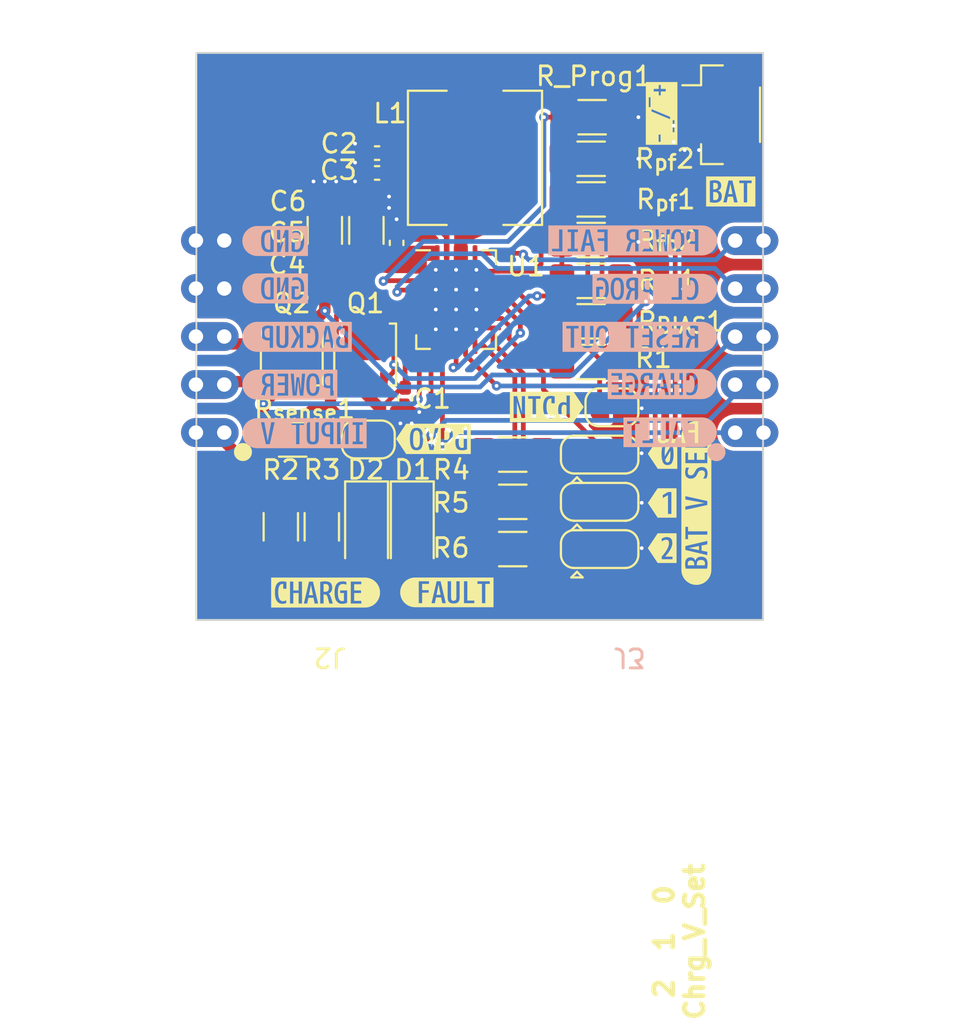
<source format=kicad_pcb>
(kicad_pcb (version 20211014) (generator pcbnew)
  (layers (0 "F.Cu" signal) (31 "B.Cu" signal) (34 "B.Paste" user) (35 "F.Paste" user) (36 "B.SilkS" user "B.Silkscreen") (37 "F.SilkS" user "F.Silkscreen") (38 "B.Mask" user) (39 "F.Mask" user) (44 "Edge.Cuts" user))
  (net 0 "")
  (net 1 "/BAT_+")
  (net 2 "GND")
  (net 3 "/Vin")
  (net 4 "/~{FAULT}")
  (net 5 "Net-(D1-Pad2)")
  (net 6 "/~{CHRG}")
  (net 7 "Net-(D2-Pad2)")
  (net 8 "Net-(F_SEL0-Pad1)")
  (net 9 "/F0")
  (net 10 "Net-(F_SEL1-Pad1)")
  (net 11 "/F1")
  (net 12 "Net-(F_SEL2-Pad1)")
  (net 13 "/F2")
  (net 14 "/NTC")
  (net 15 "/Input_V")
  (net 16 "/I_GATE")
  (net 17 "/V_SYS")
  (net 18 "Net-(R1-Pad2)")
  (net 19 "/CHRG_PROG")
  (net 20 "/BSTFB")
  (net 21 "/POWER_SENSE")
  (net 22 "/CLPROG")
  (net 23 "/CHG_OFF")
  (net 24 "/BST_OFF")
  (net 25 "/~{RST_OUT}")
  (net 26 "/CLN")
  (net 27 "/~{POWER_FAIL}")
  (net 28 "Net-(L1-Pad1)")
  (footprint "Resistor_SMD:R_1206_3216Metric_Pad1.30x1.75mm_HandSolder" (layer "F.Cu") (at 50.9 37.75 180)
    (fp_text reference "R_{pf}1")
    (fp_text value "R")
  )
  (footprint "Jumper:SolderJumper-3_P1.3mm_Bridged2Bar12_RoundedPad1.0x1.5mm" (layer "F.Cu") (at 51.35 53.75)
    (fp_text reference "F_SEL1" hide)
    (fp_text value "F1_SEL")
  )
  (footprint "Resistor_SMD:R_1206_3216Metric_Pad1.30x1.75mm_HandSolder" (layer "F.Cu") (at 46.75 53.75)
    (fp_text reference "R5")
    (fp_text value "R")
  )
  (footprint "Resistor_SMD:R_1206_3216Metric_Pad1.30x1.75mm_HandSolder" (layer "F.Cu") (at 46.75 51.25)
    (fp_text reference "R4")
    (fp_text value "R")
  )
  (footprint "kibuzzard-63A19CFD" (layer "F.Cu") (at 54.68 51.21)
    (fp_text reference "kibuzzard-63A19CFD" hide)
    (fp_text value "G***" hide)
  )
  (footprint "kibuzzard-63A1A128" (layer "F.Cu") (at 54.63 33.2 -90)
    (fp_text reference "kibuzzard-63A1A128" hide)
    (fp_text value "G***" hide)
  )
  (footprint "Package_DFN_QFN:QFN-24-1EP_4x5mm_P0.5mm_EP2.65x3.65mm_ThermalVias" (layer "F.Cu") (at 43.75 43.05)
    (fp_text reference "U1")
    (fp_text value "LTC4040")
  )
  (footprint "Inductor_SMD:L_Wuerth_HCI-7030" (layer "F.Cu") (at 44.75 35.55 90)
    (fp_text reference "L1")
    (fp_text value "2,2u")
  )
  (footprint "Package_SO:Vishay_PowerPAK_1212-8_Single" (layer "F.Cu") (at 38.934891 45.954374 90)
    (fp_text reference "Q1")
    (fp_text value "SIS402DN")
  )
  (footprint "Capacitor_SMD:C_1206_3216Metric_Pad1.33x1.80mm_HandSolder" (layer "F.Cu") (at 39 39.3875 90)
    (fp_text reference "C5")
    (fp_text value "100u")
  )
  (footprint "Resistor_SMD:R_1206_3216Metric_Pad1.30x1.75mm_HandSolder" (layer "F.Cu") (at 50.95 33.4)
    (fp_text reference "R_Prog1")
    (fp_text value "R")
  )
  (footprint "Resistor_SMD:R_1206_3216Metric_Pad1.30x1.75mm_HandSolder" (layer "F.Cu") (at 50.904498 42.059157 180)
    (fp_text reference "R_{fb}1")
    (fp_text value "R")
  )
  (footprint "Resistor_SMD:R_1206_3216Metric_Pad1.30x1.75mm_HandSolder" (layer "F.Cu") (at 36.64 55.07 -90)
    (fp_text reference "R3")
    (fp_text value "330")
  )
  (footprint "kibuzzard-63A1A287" (layer "F.Cu") (at 43.26 58.54)
    (fp_text reference "kibuzzard-63A1A287" hide)
    (fp_text value "G***" hide)
  )
  (footprint "kibuzzard-63A19F98" (layer "F.Cu") (at 48.55 48.73)
    (fp_text reference "kibuzzard-63A19F98" hide)
    (fp_text value "G***" hide)
  )
  (footprint "Resistor_SMD:R_1206_3216Metric_Pad1.30x1.75mm_HandSolder" (layer "F.Cu") (at 35.1 50.45 180)
    (fp_text reference "R_{sense}1")
    (fp_text value "6m")
  )
  (footprint "kibuzzard-63A1A047" (layer "F.Cu") (at 58.29 37.33)
    (fp_text reference "kibuzzard-63A1A047" hide)
    (fp_text value "G***" hide)
  )
  (footprint "kibuzzard-63A19D17" (layer "F.Cu") (at 54.66 53.81)
    (fp_text reference "kibuzzard-63A19D17" hide)
    (fp_text value "G***" hide)
  )
  (footprint "Resistor_SMD:R_1206_3216Metric_Pad1.30x1.75mm_HandSolder" (layer "F.Cu") (at 34.47 55.07 -90)
    (fp_text reference "R2")
    (fp_text value "330")
  )
  (footprint "kibuzzard-63A19F8A" (layer "F.Cu") (at 42.55 50.42)
    (fp_text reference "kibuzzard-63A19F8A" hide)
    (fp_text value "G***" hide)
  )
  (footprint "Jumper:SolderJumper-3_P1.3mm_Bridged2Bar12_RoundedPad1.0x1.5mm" (layer "F.Cu") (at 51.35 56.25)
    (fp_text reference "F_SEL2" hide)
    (fp_text value "F2_SEL")
  )
  (footprint "Jumper:SolderJumper-2_P1.3mm_Open_RoundedPad1.0x1.5mm" (layer "F.Cu") (at 39.1 50.45)
    (fp_text reference "OVPO1" hide)
    (fp_text value "OverVoltage Protection Override")
  )
  (footprint "kibuzzard-63A19D4B" (layer "F.Cu") (at 54.66 56.2)
    (fp_text reference "kibuzzard-63A19D4B" hide)
    (fp_text value "G***" hide)
  )
  (footprint "Connector_JST:JST_SH_BM03B-SRSS-TB_1x03-1MP_P1.00mm_Vertical" (layer "F.Cu") (at 57.83 33.27 -90)
    (fp_text reference "J4" hide)
    (fp_text value "BAT_CONN")
  )
  (footprint "Resistor_SMD:R_1206_3216Metric_Pad1.30x1.75mm_HandSolder" (layer "F.Cu") (at 50.9 39.9)
    (fp_text reference "R_{fb}2")
    (fp_text value "R")
  )
  (footprint "Capacitor_SMD:C_0402_1005Metric_Pad0.74x0.62mm_HandSolder" (layer "F.Cu") (at 39.5675 35.3 180)
    (fp_text reference "C2")
    (fp_text value "10u")
  )
  (footprint "Jumper:SolderJumper-2_P1.3mm_Open_RoundedPad1.0x1.5mm" (layer "F.Cu") (at 52 48.75 180)
    (fp_text reference "NTC_Dis0" hide)
    (fp_text value "NTC Disable")
  )
  (footprint "kibuzzard-63A1A2AA" (layer "F.Cu") (at 36.84 58.55)
    (fp_text reference "kibuzzard-63A1A2AA" hide)
    (fp_text value "G***" hide)
  )
  (footprint "LED_SMD:LED_1206_3216Metric_Pad1.42x1.75mm_HandSolder" (layer "F.Cu") (at 39.01 55.1325 -90)
    (fp_text reference "D2")
    (fp_text value "CHRG")
  )
  (footprint "Package_SO:Vishay_PowerPAK_1212-8_Single" (layer "F.Cu") (at 35.05 45.954374 90)
    (fp_text reference "Q2")
    (fp_text value "SIS402DN")
  )
  (footprint "Capacitor_SMD:C_0402_1005Metric_Pad0.74x0.62mm_HandSolder" (layer "F.Cu") (at 40.6 40.05 90)
    (fp_text reference "C4")
    (fp_text value "0,1uF")
  )
  (footprint "kibuzzard-63A19E71" (layer "F.Cu") (at 56.47 53.81 90)
    (fp_text reference "kibuzzard-63A19E71" hide)
    (fp_text value "G***" hide)
  )
  (footprint "Resistor_SMD:R_1206_3216Metric_Pad1.30x1.75mm_HandSolder" (layer "F.Cu") (at 46.75 56.25)
    (fp_text reference "R6")
    (fp_text value "R")
  )
  (footprint "LED_SMD:LED_1206_3216Metric_Pad1.42x1.75mm_HandSolder" (layer "F.Cu") (at 41.43 55.1325 -90)
    (fp_text reference "D1")
    (fp_text value "FAULT")
  )
  (footprint "Resistor_SMD:R_1206_3216Metric_Pad1.30x1.75mm_HandSolder" (layer "F.Cu") (at 50.9 35.6)
    (fp_text reference "R_{pf}2")
    (fp_text value "R")
  )
  (footprint "Capacitor_SMD:C_0402_1005Metric_Pad0.74x0.62mm_HandSolder" (layer "F.Cu") (at 39.5675 36.35 180)
    (fp_text reference "C3")
    (fp_text value "0,1uF")
  )
  (footprint "Castellated_Header:CastellatedPinHeader_2.54mm_5" (layer "F.Cu") (at 31.475 50.085 180)
    (fp_text reference "J2")
    (fp_text value "POWER")
  )
  (footprint "Resistor_SMD:R_1206_3216Metric_Pad1.30x1.75mm_HandSolder" (layer "F.Cu") (at 50.9 46.35 180)
    (fp_text reference "R1")
    (fp_text value "6,2K")
  )
  (footprint "Jumper:SolderJumper-3_P1.3mm_Bridged2Bar12_RoundedPad1.0x1.5mm" (layer "F.Cu") (at 51.35 51.25)
    (fp_text reference "F_SEL0" hide)
    (fp_text value "F0_SEL")
  )
  (footprint "Capacitor_SMD:C_1206_3216Metric_Pad1.33x1.80mm_HandSolder" (layer "F.Cu") (at 36.8 39.3875 90)
    (fp_text reference "C6")
    (fp_text value "100u")
  )
  (footprint "Resistor_SMD:R_1206_3216Metric_Pad1.30x1.75mm_HandSolder" (layer "F.Cu") (at 50.9 44.2 180)
    (fp_text reference "R_{BIAS}1")
    (fp_text value "R")
  )
  (footprint "Capacitor_SMD:C_0402_1005Metric_Pad0.74x0.62mm_HandSolder" (layer "F.Cu") (at 41.05 48.2825 -90)
    (fp_text reference "C1")
    (fp_text value "2.2uF")
  )
  (footprint "kibuzzard-63A1A734" (layer "B.Cu") (at 54.66 47.52 180)
    (fp_text reference "kibuzzard-63A1A734" hide)
    (fp_text value "G***" hide)
  )
  (footprint "kibuzzard-63A1A50F" (layer "B.Cu") (at 34.95 47.55 180)
    (fp_text reference "kibuzzard-63A1A50F" hide)
    (fp_text value "G***" hide)
  )
  (footprint "kibuzzard-63A1A568" (layer "B.Cu") (at 34.17 39.95 180)
    (fp_text reference "kibuzzard-63A1A568" hide)
    (fp_text value "G***" hide)
  )
  (footprint "kibuzzard-63A1A543" (layer "B.Cu") (at 35.33 45.02 180)
    (fp_text reference "kibuzzard-63A1A543" hide)
    (fp_text value "G***" hide)
  )
  (footprint "kibuzzard-63A1A4C9" (layer "B.Cu") (at 35.72 50.12 180)
    (fp_text reference "kibuzzard-63A1A4C9" hide)
    (fp_text value "G***" hide)
  )
  (footprint "Castellated_Header:CastellatedPinHeader_2.54mm_5" (layer "B.Cu") (at 58.525 50.09)
    (fp_text reference "J3")
    (fp_text value "STATUS")
  )
  (footprint "kibuzzard-63A1A72A" (layer "B.Cu") (at 53.47 45.02 180)
    (fp_text reference "kibuzzard-63A1A72A" hide)
    (fp_text value "G***" hide)
  )
  (footprint "kibuzzard-63A1A785" (layer "B.Cu") (at 55.08 50.07 180)
    (fp_text reference "kibuzzard-63A1A785" hide)
    (fp_text value "G***" hide)
  )
  (footprint "kibuzzard-63A1A568" (layer "B.Cu") (at 34.17 42.46 180)
    (fp_text reference "kibuzzard-63A1A568" hide)
    (fp_text value "G***" hide)
  )
  (footprint "kibuzzard-63A1A71E" (layer "B.Cu") (at 54.27 42.48 180)
    (fp_text reference "kibuzzard-63A1A71E" hide)
    (fp_text value "G***" hide)
  )
  (footprint "kibuzzard-63A1A798" (layer "B.Cu") (at 53.1 39.92 180)
    (fp_text reference "kibuzzard-63A1A798" hide)
    (fp_text value "G***" hide)
  )
  (gr_rect (start 30 30) (end 60 60) (layer "Edge.Cuts") (width 0.1) (fill none))
  (gr_text "2  1  0\nChrg_V_Set" (at 55.57 77.02 90) (layer "F.SilkS") (effects (font (size 1 1) (thickness 0.25))))
  (segment (start 56.505 32.27) (end 55.810499 31.575499) (width 0.6) (layer "F.Cu") (net 1))
  (segment (start 55.810499 31.575499) (end 46.174501 31.575499) (width 0.6) (layer "F.Cu") (net 1))
  (segment (start 46.174501 31.575499) (end 44.75 33) (width 0.6) (layer "F.Cu") (net 1))
  (segment (start 36.8 37.825) (end 36.8 36.8) (width 0.25) (layer "F.Cu") (net 2))
  (via (at 53.4 40) (size 0.5) (drill 0.2) (layers "F.Cu" "B.Cu") (net 2))
  (via (at 53.5755 48.8) (size 0.5) (drill 0.2) (layers "F.Cu" "B.Cu") (net 2))
  (via (at 55.27 33.85) (size 0.5) (drill 0.2) (layers "F.Cu" "B.Cu") (net 2))
  (via (at 55.85 35.14) (size 0.5) (drill 0.2) (layers "F.Cu" "B.Cu") (net 2))
  (via (at 37.4 36.8) (size 0.5) (drill 0.2) (layers "F.Cu" "B.Cu") (net 2))
  (via (at 56.61 35.14) (size 0.5) (drill 0.2) (layers "F.Cu" "B.Cu") (net 2))
  (via (at 36.8 36.8) (size 0.5) (drill 0.2) (layers "F.Cu" "B.Cu") (net 2))
  (via (at 53.5755 53.8) (size 0.5) (drill 0.2) (layers "F.Cu" "B.Cu") (net 2))
  (via (at 53.57 51.18) (size 0.5) (drill 0.2) (layers "F.Cu" "B.Cu") (net 2))
  (via (at 41.4 49.6) (size 0.5) (drill 0.2) (layers "F.Cu" "B.Cu") (net 2))
  (via (at 36.2 36.8) (size 0.5) (drill 0.2) (layers "F.Cu" "B.Cu") (net 2))
  (via (at 53.5755 56.2) (size 0.5) (drill 0.2) (layers "F.Cu" "B.Cu") (net 2))
  (via (at 38.4 35.8) (size 0.5) (drill 0.2) (layers "F.Cu" "B.Cu") (net 2))
  (via (at 38.4 34.8) (size 0.5) (drill 0.2) (layers "F.Cu" "B.Cu") (net 2))
  (via (at 41.8 49) (size 0.5) (drill 0.2) (layers "F.Cu" "B.Cu") (net 2))
  (via (at 40.8 49.6) (size 0.5) (drill 0.2) (layers "F.Cu" "B.Cu") (net 2))
  (via (at 40.2 38.2) (size 0.5) (drill 0.2) (layers "F.Cu" "B.Cu") (net 2))
  (via (at 53.4 33.4) (size 0.5) (drill 0.2) (layers "F.Cu" "B.Cu") (net 2))
  (via (at 40.6 38.8) (size 0.5) (drill 0.2) (layers "F.Cu" "B.Cu") (net 2))
  (via (at 38.4 36.8) (size 0.5) (drill 0.2) (layers "F.Cu" "B.Cu") (net 2))
  (via (at 55.27 34.71) (size 0.5) (drill 0.2) (layers "F.Cu" "B.Cu") (net 2))
  (via (at 40.2 37.6) (size 0.5) (drill 0.2) (layers "F.Cu" "B.Cu") (net 2))
  (via (at 53.4 35.6) (size 0.5) (drill 0.2) (layers "F.Cu" "B.Cu") (net 2))
  (segment (start 33.23 57.218173) (end 33.23 54.76) (width 0.25) (layer "F.Cu") (net 3))
  (segment (start 54.288768 46.038768) (end 52.45 44.2) (width 0.25) (layer "F.Cu") (net 3))
  (segment (start 41.05 47.715) (end 40.861983 47.715) (width 0.25) (layer "F.Cu") (net 3))
  (segment (start 45.2 51.25) (end 45.2 56.25) (width 0.25) (layer "F.Cu") (net 3))
  (segment (start 40.861983 47.715) (end 39.75 48.826983) (width 0.25) (layer "F.Cu") (net 3))
  (segment (start 33.23 54.76) (end 34.47 53.52) (width 0.25) (layer "F.Cu") (net 3))
  (segment (start 38.604891 47.681874) (end 38.604891 47.389374) (width 0.6) (layer "F.Cu") (net 3))
  (segment (start 34.47 53.52) (end 36.08 53.52) (width 0.25) (layer "F.Cu") (net 3))
  (segment (start 34.47 53.52) (end 36.64 53.52) (width 0.25) (layer "F.Cu") (net 3))
  (segment (start 53.15 57.65) (end 54.288768 56.511232) (width 0.25) (layer "F.Cu") (net 3))
  (segment (start 39.75 51.107108) (end 39.75 50.45) (width 0.6) (layer "F.Cu") (net 3))
  (segment (start 37.9 51.7) (end 39.157108 51.7) (width 0.6) (layer "F.Cu") (net 3))
  (segment (start 39.75 48.826983) (end 38.604891 47.681874) (width 0.6) (layer "F.Cu") (net 3))
  (segment (start 41.8 44.05) (end 41.326992 44.05) (width 0.25) (layer "F.Cu") (net 3))
  (segment (start 33.781827 57.77) (end 33.23 57.218173) (width 0.25) (layer "F.Cu") (net 3))
  (segment (start 45.2 56.25) (end 46.6 57.65) (width 0.25) (layer "F.Cu") (net 3))
  (segment (start 39.75 50.45) (end 39.75 48.826983) (width 0.6) (layer "F.Cu") (net 3))
  (segment (start 41.05 44.326992) (end 41.05 47.505843) (width 0.25) (layer "F.Cu") (net 3))
  (segment (start 36.65 50.45) (end 37.9 51.7) (width 0.6) (layer "F.Cu") (net 3))
  (segment (start 43.68 57.77) (end 33.781827 57.77) (width 0.25) (layer "F.Cu") (net 3))
  (segment (start 39.157108 51.7) (end 39.75 51.107108) (width 0.6) (layer "F.Cu") (net 3))
  (segment (start 41.326992 44.05) (end 41.05 44.326992) (width 0.25) (layer "F.Cu") (net 3))
  (segment (start 46.6 57.65) (end 53.15 57.65) (width 0.25) (layer "F.Cu") (net 3))
  (segment (start 37.944891 47.389374) (end 39.222891 47.389374) (width 0.6) (layer "F.Cu") (net 3))
  (segment (start 45.2 56.25) (end 43.68 57.77) (width 0.25) (layer "F.Cu") (net 3))
  (segment (start 36.08 53.52) (end 37.9 51.7) (width 0.25) (layer "F.Cu") (net 3))
  (segment (start 54.288768 56.511232) (end 54.288768 46.038768) (width 0.25) (layer "F.Cu") (net 3))
  (segment (start 43.0255 46.262034) (end 43.025499 50.675499) (width 0.25) (layer "F.Cu") (net 4))
  (segment (start 41.43 53.645) (end 41.43 52.270998) (width 0.25) (layer "F.Cu") (net 4))
  (segment (start 41.43 52.270998) (end 43.025499 50.675499) (width 0.25) (layer "F.Cu") (net 4))
  (segment (start 43.25 46.037534) (end 43.0255 46.262034) (width 0.25) (layer "F.Cu") (net 4))
  (segment (start 43.25 45.5) (end 43.25 46.037534) (width 0.25) (layer "F.Cu") (net 4))
  (via (at 43.025499 50.675499) (size 0.5) (drill 0.2) (layers "F.Cu" "B.Cu") (net 4))
  (segment (start 58.525 50.09) (end 43.610998 50.09) (width 0.25) (layer "B.Cu") (net 4))
  (segment (start 43.610998 50.09) (end 43.025499 50.675499) (width 0.25) (layer "B.Cu") (net 4))
  (segment (start 36.1 54.99) (end 34.47 56.62) (width 0.25) (layer "F.Cu") (net 5))
  (segment (start 39.8 54.99) (end 36.1 54.99) (width 0.25) (layer "F.Cu") (net 5))
  (segment (start 41.43 56.62) (end 39.8 54.99) (width 0.25) (layer "F.Cu") (net 5))
  (segment (start 42.75 45.86) (end 42.42 46.19) (width 0.25) (layer "F.Cu") (net 6))
  (segment (start 42.42 50.235) (end 39.01 53.645) (width 0.25) (layer "F.Cu") (net 6))
  (segment (start 42.75 45.5) (end 42.75 45.86) (width 0.25) (layer "F.Cu") (net 6))
  (segment (start 42.42 46.19) (end 42.42 50.235) (width 0.25) (layer "F.Cu") (net 6))
  (via (at 42.42 50.234998) (size 0.5) (drill 0.2) (layers "F.Cu" "B.Cu") (net 6))
  (segment (start 57.15 49.44) (end 43.214998 49.44) (width 0.25) (layer "B.Cu") (net 6))
  (segment (start 43.214998 49.44) (end 42.42 50.234998) (width 0.25) (layer "B.Cu") (net 6))
  (segment (start 58.525 48.065) (end 57.15 49.44) (width 0.25) (layer "B.Cu") (net 6))
  (segment (start 58.525 47.55) (end 58.525 48.065) (width 0.25) (layer "B.Cu") (net 6))
  (segment (start 36.73 56.62) (end 39.1 56.62) (width 0.25) (layer "F.Cu") (net 7))
  (segment (start 48.3 51.25) (end 50.05 51.25) (width 0.25) (layer "F.Cu") (net 8))
  (segment (start 46.56 45.122466) (end 46.56 44.436992) (width 0.25) (layer "F.Cu") (net 9))
  (segment (start 48.375 47.815) (end 48.375 46.937466) (width 0.25) (layer "F.Cu") (net 9))
  (segment (start 48.375 46.937466) (end 46.56 45.122466) (width 0.25) (layer "F.Cu") (net 9))
  (segment (start 51.35 50.79) (end 48.375 47.815) (width 0.25) (layer "F.Cu") (net 9))
  (segment (start 51.35 51.25) (end 51.35 50.79) (width 0.25) (layer "F.Cu") (net 9))
  (segment (start 46.173008 44.05) (end 45.7 44.05) (width 0.25) (layer "F.Cu") (net 9))
  (segment (start 46.56 44.436992) (end 46.173008 44.05) (width 0.25) (layer "F.Cu") (net 9))
  (segment (start 48.3 53.75) (end 50.05 53.75) (width 0.25) (layer "F.Cu") (net 10))
  (segment (start 51.35 52.75) (end 51.35 53.75) (width 0.25) (layer "F.Cu") (net 11))
  (segment (start 47.308079 46.959923) (end 47.308079 52.096252) (width 0.25) (layer "F.Cu") (net 11))
  (segment (start 47.761827 52.55) (end 51.15 52.55) (width 0.25) (layer "F.Cu") (net 11))
  (segment (start 45.7 45.351844) (end 47.308079 46.959923) (width 0.25) (layer "F.Cu") (net 11))
  (segment (start 45.7 44.55) (end 45.7 45.351844) (width 0.25) (layer "F.Cu") (net 11))
  (segment (start 47.308079 52.096252) (end 47.761827 52.55) (width 0.25) (layer "F.Cu") (net 11))
  (segment (start 51.15 52.55) (end 51.35 52.75) (width 0.25) (layer "F.Cu") (net 11))
  (segment (start 48.3 56.25) (end 50.05 56.25) (width 0.25) (layer "F.Cu") (net 12))
  (segment (start 47.761827 55.05) (end 51.15 55.05) (width 0.25) (layer "F.Cu") (net 13))
  (segment (start 51.35 55.25) (end 51.35 56.25) (width 0.25) (layer "F.Cu") (net 13))
  (segment (start 51.15 55.05) (end 51.35 55.25) (width 0.25) (layer "F.Cu") (net 13))
  (segment (start 46.858578 54.146751) (end 47.761827 55.05) (width 0.25) (layer "F.Cu") (net 13))
  (segment (start 44.75 45.5) (end 45.212466 45.5) (width 0.25) (layer "F.Cu") (net 13))
  (segment (start 45.212466 45.5) (end 46.858578 47.146112) (width 0.25) (layer "F.Cu") (net 13))
  (segment (start 46.858578 47.146112) (end 46.858578 54.146751) (width 0.25) (layer "F.Cu") (net 13))
  (segment (start 50.72 33.341827) (end 50.72 42.83) (width 0.25) (layer "F.Cu") (net 14))
  (segment (start 45.7 42.55) (end 46.917534 42.55) (width 0.25) (layer "F.Cu") (net 14))
  (segment (start 56.505 33.27) (end 54.208173 33.27) (width 0.25) (layer "F.Cu") (net 14))
  (segment (start 51.35 48.75) (end 51.35 46.2) (width 0.25) (layer "F.Cu") (net 14))
  (segment (start 54.208173 33.27) (end 53.138173 32.2) (width 0.25) (layer "F.Cu") (net 14))
  (segment (start 53.138173 32.2) (end 51.861827 32.2) (width 0.25) (layer "F.Cu") (net 14))
  (segment (start 51.861827 32.2) (end 50.72 33.341827) (width 0.25) (layer "F.Cu") (net 14))
  (segment (start 50.72 42.83) (end 49.35 44.2) (width 0.25) (layer "F.Cu") (net 14))
  (segment (start 48.567534 44.2) (end 49.35 44.2) (width 0.25) (layer "F.Cu") (net 14))
  (segment (start 46.917534 42.55) (end 48.567534 44.2) (width 0.25) (layer "F.Cu") (net 14))
  (segment (start 51.35 46.2) (end 49.35 44.2) (width 0.25) (layer "F.Cu") (net 14))
  (segment (start 55.35 40.65) (end 55.35 56.9) (width 0.25) (layer "F.Cu") (net 15))
  (segment (start 54.030499 58.219501) (end 33.595638 58.219501) (width 0.25) (layer "F.Cu") (net 15))
  (segment (start 55.35 56.9) (end 54.030499 58.219501) (width 0.25) (layer "F.Cu") (net 15))
  (segment (start 31.475 50.55) (end 31.475 50.085) (width 0.6) (layer "F.Cu") (net 15))
  (segment (start 51.475 45.375) (end 51.475 38.725) (width 0.25) (layer "F.Cu") (net 15))
  (segment (start 38.934891 45.396874) (end 38.386304 45.396874) (width 0.6) (layer "F.Cu") (net 15))
  (segment (start 32.4 53.586827) (end 34.161827 51.825) (width 0.25) (layer "F.Cu") (net 15))
  (segment (start 36.2 48.81434) (end 34.9 50.11434) (width 0.6) (layer "F.Cu") (net 15))
  (segment (start 34.161827 51.825) (end 34.25 51.825) (width 0.25) (layer "F.Cu") (net 15))
  (segment (start 38.45 50.16434) (end 38.45 50.45) (width 0.6) (layer "F.Cu") (net 15))
  (segment (start 34.26066 51.825) (end 32.75 51.825) (width 0.6) (layer "F.Cu") (net 15))
  (segment (start 32.75 51.825) (end 31.475 50.55) (width 0.6) (layer "F.Cu") (net 15))
  (segment (start 52.45 37.75) (end 55.35 40.65) (width 0.25) (layer "F.Cu") (net 15))
  (segment (start 37.1 48.81434) (end 38.45 50.16434) (width 0.6) (layer "F.Cu") (net 15))
  (segment (start 33.595638 58.219501) (end 32.4 57.023863) (width 0.25) (layer "F.Cu") (net 15))
  (segment (start 34.9 50.11434) (end 34.9 51.18566) (width 0.6) (layer "F.Cu") (net 15))
  (segment (start 37.1 46.683178) (end 37.1 48.81434) (width 0.6) (layer "F.Cu") (net 15))
  (segment (start 34.9 51.18566) (end 34.26066 51.825) (width 0.6) (layer "F.Cu") (net 15))
  (segment (start 52.45 46.35) (end 51.475 45.375) (width 0.25) (layer "F.Cu") (net 15))
  (segment (start 32.4 57.023863) (end 32.4 53.586827) (width 0.25) (layer "F.Cu") (net 15))
  (segment (start 51.475 38.725) (end 52.45 37.75) (width 0.25) (layer "F.Cu") (net 15))
  (segment (start 38.386304 45.396874) (end 37.1 46.683178) (width 0.6) (layer "F.Cu") (net 15))
  (segment (start 37.1 48.81434) (end 36.2 48.81434) (width 0.6) (layer "F.Cu") (net 15))
  (segment (start 37.605271 43.699374) (end 37.414891 43.889754) (width 0.25) (layer "F.Cu") (net 16))
  (segment (start 39.924891 47.389374) (end 40.454891 46.859374) (width 0.25) (layer "F.Cu") (net 16))
  (segment (start 40.454891 46.495109) (end 40.454891 43.889754) (width 0.25) (layer "F.Cu") (net 16))
  (segment (start 47.15 44.28931) (end 47.15 44.82) (width 0.25) (layer "F.Cu") (net 16))
  (segment (start 40.454891 43.889754) (end 40.264511 43.699374) (width 0.25) (layer "F.Cu") (net 16))
  (segment (start 37.414891 45.485109) (end 36.04 46.86) (width 0.25) (layer "F.Cu") (net 16))
  (segment (start 45.7 43.55) (end 46.41069 43.55) (width 0.25) (layer "F.Cu") (net 16))
  (segment (start 36.04 46.86) (end 36.04 47.389374) (width 0.25) (layer "F.Cu") (net 16))
  (segment (start 40.264511 43.699374) (end 37.605271 43.699374) (width 0.25) (layer "F.Cu") (net 16))
  (segment (start 40.454891 46.859374) (end 40.454891 46.495109) (width 0.25) (layer "F.Cu") (net 16))
  (segment (start 37.414891 43.889754) (end 37.414891 45.485109) (width 0.25) (layer "F.Cu") (net 16))
  (segment (start 46.41069 43.55) (end 47.15 44.28931) (width 0.25) (layer "F.Cu") (net 16))
  (via (at 40.454891 46.495109) (size 0.5) (drill 0.2) (layers "F.Cu" "B.Cu") (net 16))
  (via (at 47.15 44.82) (size 0.5) (drill 0.2) (layers "F.Cu" "B.Cu") (net 16))
  (segment (start 41.184282 47.2245) (end 44.7455 47.2245) (width 0.25) (layer "B.Cu") (net 16))
  (segment (start 44.7455 47.2245) (end 47.15 44.82) (width 0.25) (layer "B.Cu") (net 16))
  (segment (start 40.454891 46.495109) (end 41.184282 47.2245) (width 0.25) (layer "B.Cu") (net 16))
  (segment (start 52.454498 42.059157) (end 52.709157 42.059157) (width 0.25) (layer "F.Cu") (net 17))
  (segment (start 36.8 40.95) (end 36.8 43.646874) (width 0.6) (layer "F.Cu") (net 17))
  (segment (start 31.866874 45.396874) (end 31.475 45.005) (width 0.6) (layer "F.Cu") (net 17))
  (segment (start 36.8 43.646874) (end 35.05 45.396874) (width 0.6) (layer "F.Cu") (net 17))
  (segment (start 35.05 45.396874) (end 31.866874 45.396874) (width 0.6) (layer "F.Cu") (net 17))
  (segment (start 52.709157 42.059157) (end 53.8 43.15) (width 0.25) (layer "F.Cu") (net 17))
  (via (at 53.8 43.15) (size 0.5) (drill 0.2) (layers "F.Cu" "B.Cu") (net 17))
  (via (at 36.8 43.646874) (size 0.5) (drill 0.2) (layers "F.Cu" "B.Cu") (net 17))
  (segment (start 53.8 43.15) (end 49.910421 47.039579) (width 0.25) (layer "B.Cu") (net 17))
  (segment (start 45.017182 47.6755) (end 40.7255 47.6755) (width 0.25) (layer "B.Cu") (net 17))
  (segment (start 40.7255 47.6755) (end 36.8 43.75) (width 0.25) (layer "B.Cu") (net 17))
  (segment (start 36.8 43.75) (end 36.8 43.646874) (width 0.25) (layer "B.Cu") (net 17))
  (segment (start 49.910421 47.039579) (end 45.653103 47.039579) (width 0.25) (layer "B.Cu") (net 17))
  (segment (start 45.653103 47.039579) (end 45.017182 47.6755) (width 0.25) (layer "B.Cu") (net 17))
  (segment (start 48.3645 45.222034) (end 49.35 46.207534) (width 0.25) (layer "F.Cu") (net 18))
  (segment (start 49.35 46.207534) (end 49.35 46.35) (width 0.25) (layer "F.Cu") (net 18))
  (segment (start 48.3645 44.862034) (end 48.3645 45.222034) (width 0.25) (layer "F.Cu") (net 18))
  (segment (start 45.7 43.05) (end 46.552466 43.05) (width 0.25) (layer "F.Cu") (net 18))
  (segment (start 46.552466 43.05) (end 48.3645 44.862034) (width 0.25) (layer "F.Cu") (net 18))
  (segment (start 39.925 42.05) (end 39.9 42.075) (width 0.25) (layer "F.Cu") (net 19))
  (segment (start 48.4 33.4) (end 49.4 33.4) (width 0.25) (layer "F.Cu") (net 19))
  (segment (start 41.8 42.05) (end 39.925 42.05) (width 0.25) (layer "F.Cu") (net 19))
  (via (at 39.9 42.075) (size 0.5) (drill 0.2) (layers "F.Cu" "B.Cu") (net 19))
  (via (at 48.4 33.4) (size 0.5) (drill 0.2) (layers "F.Cu" "B.Cu") (net 19))
  (segment (start 42 39.975) (end 39.9 42.075) (width 0.25) (layer "B.Cu") (net 19))
  (segment (start 48.4 38.075) (end 46.5 39.975) (width 0.25) (layer "B.Cu") (net 19))
  (segment (start 46.5 39.975) (end 42 39.975) (width 0.25) (layer "B.Cu") (net 19))
  (segment (start 48.4 33.4) (end 48.4 38.075) (width 0.25) (layer "B.Cu") (net 19))
  (segment (start 48.553655 42.86) (end 49.354498 42.059157) (width 0.25) (layer "F.Cu") (net 20))
  (segment (start 43.75 46.5) (end 43.6 46.65) (width 0.25) (layer "F.Cu") (net 20))
  (segment (start 45.709157 42.059157) (end 45.7 42.05) (width 0.25) (layer "F.Cu") (net 20))
  (segment (start 49.35 42.054659) (end 49.354498 42.059157) (width 0.25) (layer "F.Cu") (net 20))
  (segment (start 49.35 39.9) (end 49.35 42.054659) (width 0.25) (layer "F.Cu") (net 20))
  (segment (start 43.75 45.5) (end 43.75 46.5) (width 0.25) (layer "F.Cu") (net 20))
  (segment (start 48.04 42.86) (end 48.553655 42.86) (width 0.25) (layer "F.Cu") (net 20))
  (segment (start 49.354498 42.059157) (end 45.709157 42.059157) (width 0.25) (layer "F.Cu") (net 20))
  (via (at 48.04 42.86) (size 0.5) (drill 0.2) (layers "F.Cu" "B.Cu") (net 20))
  (via (at 43.6 46.65) (size 0.5) (drill 0.2) (layers "F.Cu" "B.Cu") (net 20))
  (segment (start 43.6 46.65) (end 43.826777 46.65) (width 0.25) (layer "B.Cu") (net 20))
  (segment (start 43.826777 46.65) (end 47.616777 42.86) (width 0.25) (layer "B.Cu") (net 20))
  (segment (start 47.616777 42.86) (end 48.04 42.86) (width 0.25) (layer "B.Cu") (net 20))
  (segment (start 48.2495 41.175098) (end 48.2495 38.8505) (width 0.25) (layer "F.Cu") (net 21))
  (segment (start 47.874598 41.55) (end 48.2495 41.175098) (width 0.25) (layer "F.Cu") (net 21))
  (segment (start 49.35 35.6) (end 49.35 37.75) (width 0.25) (layer "F.Cu") (net 21))
  (segment (start 48.2495 38.8505) (end 49.35 37.75) (width 0.25) (layer "F.Cu") (net 21))
  (segment (start 49.35 37.75) (end 49.35 37.9) (width 0.25) (layer "F.Cu") (net 21))
  (segment (start 45.7 41.55) (end 47.874598 41.55) (width 0.25) (layer "F.Cu") (net 21))
  (segment (start 41.8 42.55) (end 40.725587 42.55) (width 0.25) (layer "F.Cu") (net 22))
  (segment (start 40.725587 42.55) (end 40.626087 42.6495) (width 0.25) (layer "F.Cu") (net 22))
  (via (at 40.626087 42.6495) (size 0.5) (drill 0.2) (layers "F.Cu" "B.Cu") (net 22))
  (segment (start 40.626087 42.373913) (end 40.626087 42.6495) (width 0.25) (layer "B.Cu") (net 22))
  (segment (start 57.455 41.4) (end 45.9 41.4) (width 0.25) (layer "B.Cu") (net 22))
  (segment (start 58.525 42.47) (end 57.455 41.4) (width 0.25) (layer "B.Cu") (net 22))
  (segment (start 42.375 40.625) (end 40.626087 42.373913) (width 0.25) (layer "B.Cu") (net 22))
  (segment (start 45.9 41.4) (end 45.125 40.625) (width 0.25) (layer "B.Cu") (net 22))
  (segment (start 45.125 40.625) (end 42.375 40.625) (width 0.25) (layer "B.Cu") (net 22))
  (segment (start 44.25 45.5) (end 44.25 45.973008) (width 0.25) (layer "F.Cu") (net 25))
  (segment (start 44.25 45.973008) (end 45.891069 47.614079) (width 0.25) (layer "F.Cu") (net 25))
  (via (at 45.891069 47.614079) (size 0.5) (drill 0.2) (layers "F.Cu" "B.Cu") (net 25))
  (segment (start 55.915 47.62) (end 45.89699 47.62) (width 0.25) (layer "B.Cu") (net 25))
  (segment (start 45.89699 47.62) (end 45.891069 47.614079) (width 0.25) (layer "B.Cu") (net 25))
  (segment (start 58.525 45.01) (end 55.915 47.62) (width 0.25) (layer "B.Cu") (net 25))
  (segment (start 34.72 47.389374) (end 33.55 48.559374) (width 0.6) (layer "F.Cu") (net 26))
  (segment (start 33.55 48.559374) (end 33.55 50.45) (width 0.6) (layer "F.Cu") (net 26))
  (segment (start 34.06 47.389374) (end 31.630626 47.389374) (width 0.6) (layer "F.Cu") (net 26))
  (segment (start 31.630626 47.389374) (end 31.475 47.545) (width 0.6) (layer "F.Cu") (net 26))
  (segment (start 41.738716 48.211284) (end 41.738716 48.3245) (width 0.25) (layer "F.Cu") (net 26))
  (segment (start 41.8 44.55) (end 41.8 48.15) (width 0.25) (layer "F.Cu") (net 26))
  (segment (start 34.06 47.389374) (end 35.338 47.389374) (width 0.6) (layer "F.Cu") (net 26))
  (segment (start 41.8 48.15) (end 41.738716 48.211284) (width 0.25) (layer "F.Cu") (net 26))
  (via (at 33.549998 48.559373) (size 0.5) (drill 0.2) (layers "F.Cu" "B.Cu") (net 26))
  (via (at 41.738716 48.3245) (size 0.5) (drill 0.2) (layers "F.Cu" "B.Cu") (net 26))
  (segment (start 33.549998 48.559373) (end 41.503843 48.559373) (width 0.25) (layer "B.Cu") (net 26))
  (segment (start 41.503843 48.559373) (end 41.738716 48.3245) (width 0.25) (layer "B.Cu") (net 26))
  (segment (start 47.25 40.6) (end 47.306233 40.656233) (width 0.25) (layer "F.Cu") (net 27))
  (segment (start 44.75 40.6) (end 47.25 40.6) (width 0.25) (layer "F.Cu") (net 27))
  (via (at 47.306233 40.656233) (size 0.5) (drill 0.2) (layers "F.Cu" "B.Cu") (net 27))
  (segment (start 58.525 39.93) (end 57.511267 40.943733) (width 0.25) (layer "B.Cu") (net 27))
  (segment (start 47.593733 40.943733) (end 47.306233 40.656233) (width 0.25) (layer "B.Cu") (net 27))
  (segment (start 57.511267 40.943733) (end 47.593733 40.943733) (width 0.25) (layer "B.Cu") (net 27))
  (zone (net 2) (net_name "GND") (layers F&B.Cu) (connect_pads yes (clearance 0)) (min_thickness 0.254) (fill yes (thermal_gap 0.508) (thermal_bridge_width 0.508))
    (polygon (pts (xy 61.8 61.4) (xy 28 61.2) (xy 28 27.2) (xy 61.8 27.2)))
  )
  (zone (net 17) (net_name "/V_SYS") (layer "F.Cu") (name "V_SYS") (priority 1) (connect_pads yes (clearance 0)) (min_thickness 0.254) (fill yes (thermal_gap 0.508) (thermal_bridge_width 0.508))
    (polygon (pts (xy 42.85 41) (xy 42.2 41) (xy 42.2 41.65) (xy 35.9 41.65) (xy 35.9 40.2) (xy 42.85 40.2)))
  )
  (zone (net 28) (net_name "Net-(L1-Pad1)") (layer "F.Cu") (name "SW_L") (priority 1) (connect_pads yes (clearance 0)) (min_thickness 0.0254) (fill yes (thermal_gap 0.508) (thermal_bridge_width 0.508) (smoothing fillet) (radius 0.2))
    (polygon (pts (xy 45.85 39.35) (xy 44.35 40) (xy 44.35 41) (xy 43.65 41) (xy 43.65 39.95) (xy 43.65 39.5) (xy 43.65 36.7) (xy 45.85 36.7)))
  )
  (zone (net 1) (net_name "/BAT_+") (layer "F.Cu") (name "BAT+") (priority 1) (connect_pads yes (clearance 0)) (min_thickness 0.254) (fill yes (thermal_gap 0.508) (thermal_bridge_width 0.508))
    (polygon (pts (xy 45.8 34.375) (xy 43.4 35) (xy 43.4 41) (xy 43.1 41) (xy 43.1 39.775) (xy 39.8 36.675) (xy 39.8 34.8) (xy 45.8 33.6)))
  )
)
</source>
